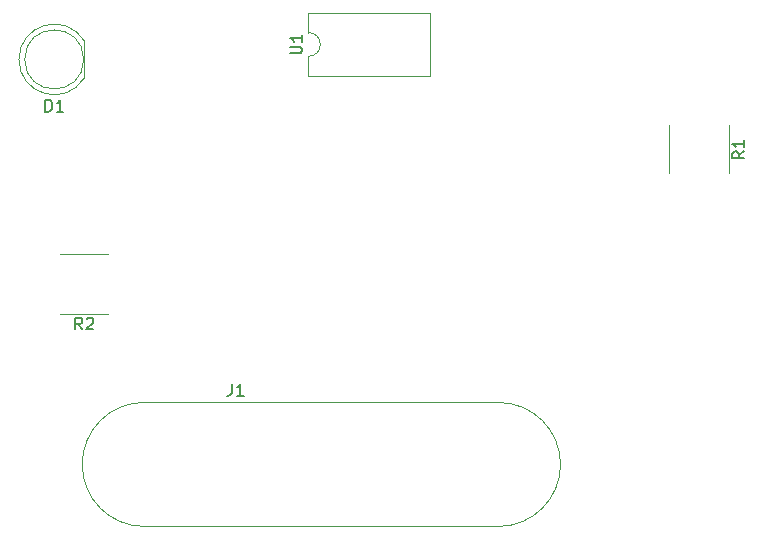
<source format=gbr>
G04 #@! TF.FileFunction,Legend,Top*
%FSLAX46Y46*%
G04 Gerber Fmt 4.6, Leading zero omitted, Abs format (unit mm)*
G04 Created by KiCad (PCBNEW 4.0.7) date 05/06/18 20:10:14*
%MOMM*%
%LPD*%
G01*
G04 APERTURE LIST*
%ADD10C,0.100000*%
%ADD11C,0.120000*%
%ADD12C,0.150000*%
G04 APERTURE END LIST*
D10*
D11*
X149410000Y-101599538D02*
G75*
G03X154960000Y-103144830I2990000J-462D01*
G01*
X149410000Y-101600462D02*
G75*
G02X154960000Y-100055170I2990000J462D01*
G01*
X154900000Y-101600000D02*
G75*
G03X154900000Y-101600000I-2500000J0D01*
G01*
X154960000Y-103145000D02*
X154960000Y-100055000D01*
X160020000Y-141140000D02*
X190020000Y-141140000D01*
X190020000Y-130640000D02*
X160020000Y-130640000D01*
X190020000Y-141140000D02*
G75*
G03X190020000Y-130640000I0J5250000D01*
G01*
X160020000Y-130640000D02*
G75*
G03X160020000Y-141140000I0J-5250000D01*
G01*
X204470000Y-107190000D02*
X204470000Y-111250000D01*
X209550000Y-107190000D02*
X209550000Y-111250000D01*
X156970000Y-118110000D02*
X152910000Y-118110000D01*
X156970000Y-123190000D02*
X152910000Y-123190000D01*
X173930000Y-99330000D02*
G75*
G02X173930000Y-101330000I0J-1000000D01*
G01*
X173930000Y-101330000D02*
X173930000Y-102980000D01*
X173930000Y-102980000D02*
X184210000Y-102980000D01*
X184210000Y-102980000D02*
X184210000Y-97680000D01*
X184210000Y-97680000D02*
X173930000Y-97680000D01*
X173930000Y-97680000D02*
X173930000Y-99330000D01*
D12*
X151661905Y-106012381D02*
X151661905Y-105012381D01*
X151900000Y-105012381D01*
X152042858Y-105060000D01*
X152138096Y-105155238D01*
X152185715Y-105250476D01*
X152233334Y-105440952D01*
X152233334Y-105583810D01*
X152185715Y-105774286D01*
X152138096Y-105869524D01*
X152042858Y-105964762D01*
X151900000Y-106012381D01*
X151661905Y-106012381D01*
X153185715Y-106012381D02*
X152614286Y-106012381D01*
X152900000Y-106012381D02*
X152900000Y-105012381D01*
X152804762Y-105155238D01*
X152709524Y-105250476D01*
X152614286Y-105298095D01*
X167436667Y-129092381D02*
X167436667Y-129806667D01*
X167389047Y-129949524D01*
X167293809Y-130044762D01*
X167150952Y-130092381D01*
X167055714Y-130092381D01*
X168436667Y-130092381D02*
X167865238Y-130092381D01*
X168150952Y-130092381D02*
X168150952Y-129092381D01*
X168055714Y-129235238D01*
X167960476Y-129330476D01*
X167865238Y-129378095D01*
X210822381Y-109386666D02*
X210346190Y-109720000D01*
X210822381Y-109958095D02*
X209822381Y-109958095D01*
X209822381Y-109577142D01*
X209870000Y-109481904D01*
X209917619Y-109434285D01*
X210012857Y-109386666D01*
X210155714Y-109386666D01*
X210250952Y-109434285D01*
X210298571Y-109481904D01*
X210346190Y-109577142D01*
X210346190Y-109958095D01*
X210822381Y-108434285D02*
X210822381Y-109005714D01*
X210822381Y-108720000D02*
X209822381Y-108720000D01*
X209965238Y-108815238D01*
X210060476Y-108910476D01*
X210108095Y-109005714D01*
X154773334Y-124462381D02*
X154440000Y-123986190D01*
X154201905Y-124462381D02*
X154201905Y-123462381D01*
X154582858Y-123462381D01*
X154678096Y-123510000D01*
X154725715Y-123557619D01*
X154773334Y-123652857D01*
X154773334Y-123795714D01*
X154725715Y-123890952D01*
X154678096Y-123938571D01*
X154582858Y-123986190D01*
X154201905Y-123986190D01*
X155154286Y-123557619D02*
X155201905Y-123510000D01*
X155297143Y-123462381D01*
X155535239Y-123462381D01*
X155630477Y-123510000D01*
X155678096Y-123557619D01*
X155725715Y-123652857D01*
X155725715Y-123748095D01*
X155678096Y-123890952D01*
X155106667Y-124462381D01*
X155725715Y-124462381D01*
X172382381Y-101091905D02*
X173191905Y-101091905D01*
X173287143Y-101044286D01*
X173334762Y-100996667D01*
X173382381Y-100901429D01*
X173382381Y-100710952D01*
X173334762Y-100615714D01*
X173287143Y-100568095D01*
X173191905Y-100520476D01*
X172382381Y-100520476D01*
X173382381Y-99520476D02*
X173382381Y-100091905D01*
X173382381Y-99806191D02*
X172382381Y-99806191D01*
X172525238Y-99901429D01*
X172620476Y-99996667D01*
X172668095Y-100091905D01*
M02*

</source>
